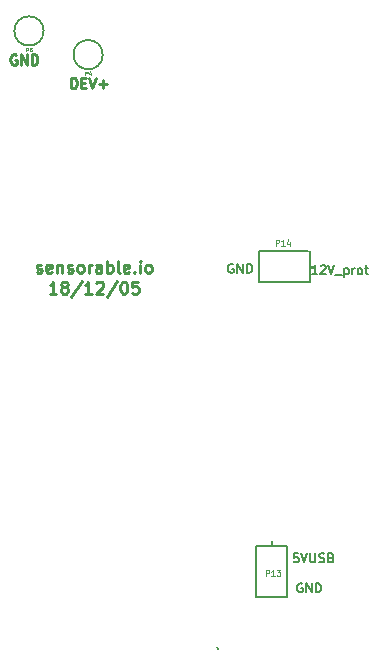
<source format=gto>
G04 #@! TF.GenerationSoftware,KiCad,Pcbnew,(5.0.1)-4*
G04 #@! TF.CreationDate,2018-12-06T20:38:25-05:00*
G04 #@! TF.ProjectId,TrafMasterV1,547261664D617374657256312E6B6963,V1*
G04 #@! TF.SameCoordinates,Original*
G04 #@! TF.FileFunction,Legend,Top*
G04 #@! TF.FilePolarity,Positive*
%FSLAX46Y46*%
G04 Gerber Fmt 4.6, Leading zero omitted, Abs format (unit mm)*
G04 Created by KiCad (PCBNEW (5.0.1)-4) date 12/6/2018 8:38:25 PM*
%MOMM*%
%LPD*%
G01*
G04 APERTURE LIST*
%ADD10C,0.190500*%
%ADD11C,0.254000*%
%ADD12C,0.215900*%
%ADD13C,0.200000*%
%ADD14C,0.150000*%
%ADD15C,0.075000*%
%ADD16C,0.100000*%
G04 APERTURE END LIST*
D10*
X105146928Y-75946000D02*
X105074357Y-75909714D01*
X104965500Y-75909714D01*
X104856642Y-75946000D01*
X104784071Y-76018571D01*
X104747785Y-76091142D01*
X104711500Y-76236285D01*
X104711500Y-76345142D01*
X104747785Y-76490285D01*
X104784071Y-76562857D01*
X104856642Y-76635428D01*
X104965500Y-76671714D01*
X105038071Y-76671714D01*
X105146928Y-76635428D01*
X105183214Y-76599142D01*
X105183214Y-76345142D01*
X105038071Y-76345142D01*
X105509785Y-76671714D02*
X105509785Y-75909714D01*
X105945214Y-76671714D01*
X105945214Y-75909714D01*
X106308071Y-76671714D02*
X106308071Y-75909714D01*
X106489500Y-75909714D01*
X106598357Y-75946000D01*
X106670928Y-76018571D01*
X106707214Y-76091142D01*
X106743500Y-76236285D01*
X106743500Y-76345142D01*
X106707214Y-76490285D01*
X106670928Y-76562857D01*
X106598357Y-76635428D01*
X106489500Y-76671714D01*
X106308071Y-76671714D01*
X112268000Y-76798714D02*
X111832571Y-76798714D01*
X112050285Y-76798714D02*
X112050285Y-76036714D01*
X111977714Y-76145571D01*
X111905142Y-76218142D01*
X111832571Y-76254428D01*
X112558285Y-76109285D02*
X112594571Y-76073000D01*
X112667142Y-76036714D01*
X112848571Y-76036714D01*
X112921142Y-76073000D01*
X112957428Y-76109285D01*
X112993714Y-76181857D01*
X112993714Y-76254428D01*
X112957428Y-76363285D01*
X112522000Y-76798714D01*
X112993714Y-76798714D01*
X113211428Y-76036714D02*
X113465428Y-76798714D01*
X113719428Y-76036714D01*
X113792000Y-76871285D02*
X114372571Y-76871285D01*
X114554000Y-76290714D02*
X114554000Y-77052714D01*
X114554000Y-76327000D02*
X114626571Y-76290714D01*
X114771714Y-76290714D01*
X114844285Y-76327000D01*
X114880571Y-76363285D01*
X114916857Y-76435857D01*
X114916857Y-76653571D01*
X114880571Y-76726142D01*
X114844285Y-76762428D01*
X114771714Y-76798714D01*
X114626571Y-76798714D01*
X114554000Y-76762428D01*
X115243428Y-76798714D02*
X115243428Y-76290714D01*
X115243428Y-76435857D02*
X115279714Y-76363285D01*
X115316000Y-76327000D01*
X115388571Y-76290714D01*
X115461142Y-76290714D01*
X115824000Y-76798714D02*
X115751428Y-76762428D01*
X115715142Y-76726142D01*
X115678857Y-76653571D01*
X115678857Y-76435857D01*
X115715142Y-76363285D01*
X115751428Y-76327000D01*
X115824000Y-76290714D01*
X115932857Y-76290714D01*
X116005428Y-76327000D01*
X116041714Y-76363285D01*
X116078000Y-76435857D01*
X116078000Y-76653571D01*
X116041714Y-76726142D01*
X116005428Y-76762428D01*
X115932857Y-76798714D01*
X115824000Y-76798714D01*
X116295714Y-76290714D02*
X116586000Y-76290714D01*
X116404571Y-76036714D02*
X116404571Y-76689857D01*
X116440857Y-76762428D01*
X116513428Y-76798714D01*
X116586000Y-76798714D01*
D11*
X88513194Y-76601078D02*
X88609956Y-76649459D01*
X88803480Y-76649459D01*
X88900241Y-76601078D01*
X88948622Y-76504316D01*
X88948622Y-76455935D01*
X88900241Y-76359173D01*
X88803480Y-76310792D01*
X88658337Y-76310792D01*
X88561575Y-76262411D01*
X88513194Y-76165649D01*
X88513194Y-76117268D01*
X88561575Y-76020506D01*
X88658337Y-75972125D01*
X88803480Y-75972125D01*
X88900241Y-76020506D01*
X89771099Y-76601078D02*
X89674337Y-76649459D01*
X89480813Y-76649459D01*
X89384051Y-76601078D01*
X89335670Y-76504316D01*
X89335670Y-76117268D01*
X89384051Y-76020506D01*
X89480813Y-75972125D01*
X89674337Y-75972125D01*
X89771099Y-76020506D01*
X89819480Y-76117268D01*
X89819480Y-76214030D01*
X89335670Y-76310792D01*
X90254908Y-75972125D02*
X90254908Y-76649459D01*
X90254908Y-76068887D02*
X90303289Y-76020506D01*
X90400051Y-75972125D01*
X90545194Y-75972125D01*
X90641956Y-76020506D01*
X90690337Y-76117268D01*
X90690337Y-76649459D01*
X91125765Y-76601078D02*
X91222527Y-76649459D01*
X91416051Y-76649459D01*
X91512813Y-76601078D01*
X91561194Y-76504316D01*
X91561194Y-76455935D01*
X91512813Y-76359173D01*
X91416051Y-76310792D01*
X91270908Y-76310792D01*
X91174146Y-76262411D01*
X91125765Y-76165649D01*
X91125765Y-76117268D01*
X91174146Y-76020506D01*
X91270908Y-75972125D01*
X91416051Y-75972125D01*
X91512813Y-76020506D01*
X92141765Y-76649459D02*
X92045003Y-76601078D01*
X91996622Y-76552697D01*
X91948241Y-76455935D01*
X91948241Y-76165649D01*
X91996622Y-76068887D01*
X92045003Y-76020506D01*
X92141765Y-75972125D01*
X92286908Y-75972125D01*
X92383670Y-76020506D01*
X92432051Y-76068887D01*
X92480432Y-76165649D01*
X92480432Y-76455935D01*
X92432051Y-76552697D01*
X92383670Y-76601078D01*
X92286908Y-76649459D01*
X92141765Y-76649459D01*
X92915860Y-76649459D02*
X92915860Y-75972125D01*
X92915860Y-76165649D02*
X92964241Y-76068887D01*
X93012622Y-76020506D01*
X93109384Y-75972125D01*
X93206146Y-75972125D01*
X93980241Y-76649459D02*
X93980241Y-76117268D01*
X93931860Y-76020506D01*
X93835099Y-75972125D01*
X93641575Y-75972125D01*
X93544813Y-76020506D01*
X93980241Y-76601078D02*
X93883480Y-76649459D01*
X93641575Y-76649459D01*
X93544813Y-76601078D01*
X93496432Y-76504316D01*
X93496432Y-76407554D01*
X93544813Y-76310792D01*
X93641575Y-76262411D01*
X93883480Y-76262411D01*
X93980241Y-76214030D01*
X94464051Y-76649459D02*
X94464051Y-75633459D01*
X94464051Y-76020506D02*
X94560813Y-75972125D01*
X94754337Y-75972125D01*
X94851099Y-76020506D01*
X94899480Y-76068887D01*
X94947860Y-76165649D01*
X94947860Y-76455935D01*
X94899480Y-76552697D01*
X94851099Y-76601078D01*
X94754337Y-76649459D01*
X94560813Y-76649459D01*
X94464051Y-76601078D01*
X95528432Y-76649459D02*
X95431670Y-76601078D01*
X95383289Y-76504316D01*
X95383289Y-75633459D01*
X96302527Y-76601078D02*
X96205765Y-76649459D01*
X96012241Y-76649459D01*
X95915480Y-76601078D01*
X95867099Y-76504316D01*
X95867099Y-76117268D01*
X95915480Y-76020506D01*
X96012241Y-75972125D01*
X96205765Y-75972125D01*
X96302527Y-76020506D01*
X96350908Y-76117268D01*
X96350908Y-76214030D01*
X95867099Y-76310792D01*
X96786337Y-76552697D02*
X96834718Y-76601078D01*
X96786337Y-76649459D01*
X96737956Y-76601078D01*
X96786337Y-76552697D01*
X96786337Y-76649459D01*
X97270146Y-76649459D02*
X97270146Y-75972125D01*
X97270146Y-75633459D02*
X97221765Y-75681840D01*
X97270146Y-75730220D01*
X97318527Y-75681840D01*
X97270146Y-75633459D01*
X97270146Y-75730220D01*
X97899099Y-76649459D02*
X97802337Y-76601078D01*
X97753956Y-76552697D01*
X97705575Y-76455935D01*
X97705575Y-76165649D01*
X97753956Y-76068887D01*
X97802337Y-76020506D01*
X97899099Y-75972125D01*
X98044241Y-75972125D01*
X98141003Y-76020506D01*
X98189384Y-76068887D01*
X98237765Y-76165649D01*
X98237765Y-76455935D01*
X98189384Y-76552697D01*
X98141003Y-76601078D01*
X98044241Y-76649459D01*
X97899099Y-76649459D01*
X90182337Y-78427459D02*
X89601765Y-78427459D01*
X89892051Y-78427459D02*
X89892051Y-77411459D01*
X89795289Y-77556601D01*
X89698527Y-77653363D01*
X89601765Y-77701744D01*
X90762908Y-77846887D02*
X90666146Y-77798506D01*
X90617765Y-77750125D01*
X90569384Y-77653363D01*
X90569384Y-77604982D01*
X90617765Y-77508220D01*
X90666146Y-77459840D01*
X90762908Y-77411459D01*
X90956432Y-77411459D01*
X91053194Y-77459840D01*
X91101575Y-77508220D01*
X91149956Y-77604982D01*
X91149956Y-77653363D01*
X91101575Y-77750125D01*
X91053194Y-77798506D01*
X90956432Y-77846887D01*
X90762908Y-77846887D01*
X90666146Y-77895268D01*
X90617765Y-77943649D01*
X90569384Y-78040411D01*
X90569384Y-78233935D01*
X90617765Y-78330697D01*
X90666146Y-78379078D01*
X90762908Y-78427459D01*
X90956432Y-78427459D01*
X91053194Y-78379078D01*
X91101575Y-78330697D01*
X91149956Y-78233935D01*
X91149956Y-78040411D01*
X91101575Y-77943649D01*
X91053194Y-77895268D01*
X90956432Y-77846887D01*
X92311099Y-77363078D02*
X91440241Y-78669363D01*
X93181956Y-78427459D02*
X92601384Y-78427459D01*
X92891670Y-78427459D02*
X92891670Y-77411459D01*
X92794908Y-77556601D01*
X92698146Y-77653363D01*
X92601384Y-77701744D01*
X93569003Y-77508220D02*
X93617384Y-77459840D01*
X93714146Y-77411459D01*
X93956051Y-77411459D01*
X94052813Y-77459840D01*
X94101194Y-77508220D01*
X94149575Y-77604982D01*
X94149575Y-77701744D01*
X94101194Y-77846887D01*
X93520622Y-78427459D01*
X94149575Y-78427459D01*
X95310718Y-77363078D02*
X94439860Y-78669363D01*
X95842908Y-77411459D02*
X95939670Y-77411459D01*
X96036432Y-77459840D01*
X96084813Y-77508220D01*
X96133194Y-77604982D01*
X96181575Y-77798506D01*
X96181575Y-78040411D01*
X96133194Y-78233935D01*
X96084813Y-78330697D01*
X96036432Y-78379078D01*
X95939670Y-78427459D01*
X95842908Y-78427459D01*
X95746146Y-78379078D01*
X95697765Y-78330697D01*
X95649384Y-78233935D01*
X95601003Y-78040411D01*
X95601003Y-77798506D01*
X95649384Y-77604982D01*
X95697765Y-77508220D01*
X95746146Y-77459840D01*
X95842908Y-77411459D01*
X97100813Y-77411459D02*
X96617003Y-77411459D01*
X96568622Y-77895268D01*
X96617003Y-77846887D01*
X96713765Y-77798506D01*
X96955670Y-77798506D01*
X97052432Y-77846887D01*
X97100813Y-77895268D01*
X97149194Y-77992030D01*
X97149194Y-78233935D01*
X97100813Y-78330697D01*
X97052432Y-78379078D01*
X96955670Y-78427459D01*
X96713765Y-78427459D01*
X96617003Y-78379078D01*
X96568622Y-78330697D01*
D10*
X110659817Y-100410554D02*
X110296960Y-100410554D01*
X110260674Y-100773411D01*
X110296960Y-100737125D01*
X110369531Y-100700840D01*
X110550960Y-100700840D01*
X110623531Y-100737125D01*
X110659817Y-100773411D01*
X110696102Y-100845982D01*
X110696102Y-101027411D01*
X110659817Y-101099982D01*
X110623531Y-101136268D01*
X110550960Y-101172554D01*
X110369531Y-101172554D01*
X110296960Y-101136268D01*
X110260674Y-101099982D01*
X110913817Y-100410554D02*
X111167817Y-101172554D01*
X111421817Y-100410554D01*
X111675817Y-100410554D02*
X111675817Y-101027411D01*
X111712102Y-101099982D01*
X111748388Y-101136268D01*
X111820960Y-101172554D01*
X111966102Y-101172554D01*
X112038674Y-101136268D01*
X112074960Y-101099982D01*
X112111245Y-101027411D01*
X112111245Y-100410554D01*
X112437817Y-101136268D02*
X112546674Y-101172554D01*
X112728102Y-101172554D01*
X112800674Y-101136268D01*
X112836960Y-101099982D01*
X112873245Y-101027411D01*
X112873245Y-100954840D01*
X112836960Y-100882268D01*
X112800674Y-100845982D01*
X112728102Y-100809697D01*
X112582960Y-100773411D01*
X112510388Y-100737125D01*
X112474102Y-100700840D01*
X112437817Y-100628268D01*
X112437817Y-100555697D01*
X112474102Y-100483125D01*
X112510388Y-100446840D01*
X112582960Y-100410554D01*
X112764388Y-100410554D01*
X112873245Y-100446840D01*
X113453817Y-100773411D02*
X113562674Y-100809697D01*
X113598960Y-100845982D01*
X113635245Y-100918554D01*
X113635245Y-101027411D01*
X113598960Y-101099982D01*
X113562674Y-101136268D01*
X113490102Y-101172554D01*
X113199817Y-101172554D01*
X113199817Y-100410554D01*
X113453817Y-100410554D01*
X113526388Y-100446840D01*
X113562674Y-100483125D01*
X113598960Y-100555697D01*
X113598960Y-100628268D01*
X113562674Y-100700840D01*
X113526388Y-100737125D01*
X113453817Y-100773411D01*
X113199817Y-100773411D01*
X110986388Y-102991920D02*
X110913817Y-102955634D01*
X110804960Y-102955634D01*
X110696102Y-102991920D01*
X110623531Y-103064491D01*
X110587245Y-103137062D01*
X110550960Y-103282205D01*
X110550960Y-103391062D01*
X110587245Y-103536205D01*
X110623531Y-103608777D01*
X110696102Y-103681348D01*
X110804960Y-103717634D01*
X110877531Y-103717634D01*
X110986388Y-103681348D01*
X111022674Y-103645062D01*
X111022674Y-103391062D01*
X110877531Y-103391062D01*
X111349245Y-103717634D02*
X111349245Y-102955634D01*
X111784674Y-103717634D01*
X111784674Y-102955634D01*
X112147531Y-103717634D02*
X112147531Y-102955634D01*
X112328960Y-102955634D01*
X112437817Y-102991920D01*
X112510388Y-103064491D01*
X112546674Y-103137062D01*
X112582960Y-103282205D01*
X112582960Y-103391062D01*
X112546674Y-103536205D01*
X112510388Y-103608777D01*
X112437817Y-103681348D01*
X112328960Y-103717634D01*
X112147531Y-103717634D01*
D12*
X91417019Y-61020476D02*
X91417019Y-60156876D01*
X91622638Y-60156876D01*
X91746009Y-60198000D01*
X91828257Y-60280247D01*
X91869380Y-60362495D01*
X91910504Y-60526990D01*
X91910504Y-60650361D01*
X91869380Y-60814857D01*
X91828257Y-60897104D01*
X91746009Y-60979352D01*
X91622638Y-61020476D01*
X91417019Y-61020476D01*
X92280619Y-60568114D02*
X92568485Y-60568114D01*
X92691857Y-61020476D02*
X92280619Y-61020476D01*
X92280619Y-60156876D01*
X92691857Y-60156876D01*
X92938600Y-60156876D02*
X93226466Y-61020476D01*
X93514333Y-60156876D01*
X93802200Y-60691485D02*
X94460180Y-60691485D01*
X94131190Y-61020476D02*
X94131190Y-60362495D01*
X86768819Y-58216800D02*
X86686571Y-58175676D01*
X86563200Y-58175676D01*
X86439828Y-58216800D01*
X86357580Y-58299047D01*
X86316457Y-58381295D01*
X86275333Y-58545790D01*
X86275333Y-58669161D01*
X86316457Y-58833657D01*
X86357580Y-58915904D01*
X86439828Y-58998152D01*
X86563200Y-59039276D01*
X86645447Y-59039276D01*
X86768819Y-58998152D01*
X86809942Y-58957028D01*
X86809942Y-58669161D01*
X86645447Y-58669161D01*
X87180057Y-59039276D02*
X87180057Y-58175676D01*
X87673542Y-59039276D01*
X87673542Y-58175676D01*
X88084780Y-59039276D02*
X88084780Y-58175676D01*
X88290400Y-58175676D01*
X88413771Y-58216800D01*
X88496019Y-58299047D01*
X88537142Y-58381295D01*
X88578266Y-58545790D01*
X88578266Y-58669161D01*
X88537142Y-58833657D01*
X88496019Y-58915904D01*
X88413771Y-58998152D01*
X88290400Y-59039276D01*
X88084780Y-59039276D01*
D13*
X103886000Y-108508800D02*
X103759000Y-108381800D01*
D14*
G04 #@! TO.C,P4*
X94099332Y-58191400D02*
G75*
G03X94099332Y-58191400I-1236932J0D01*
G01*
G04 #@! TO.C,P5*
X89095532Y-56184800D02*
G75*
G03X89095532Y-56184800I-1236932J0D01*
G01*
G04 #@! TO.C,P13*
X108407200Y-99791160D02*
X108407200Y-99391160D01*
X109707200Y-99791160D02*
X107107200Y-99791160D01*
X109707200Y-104091160D02*
X109707200Y-99791160D01*
X107107200Y-104091160D02*
X109707200Y-104091160D01*
X107107200Y-99891160D02*
X107107200Y-104091160D01*
G04 #@! TO.C,P14*
X111610500Y-76136500D02*
X112010500Y-76136500D01*
X111610500Y-77436500D02*
X111610500Y-74836500D01*
X107310500Y-77436500D02*
X111610500Y-77436500D01*
X107310500Y-74836500D02*
X107310500Y-77436500D01*
X111510500Y-74836500D02*
X107310500Y-74836500D01*
G04 #@! TO.C,P4*
D15*
X92640971Y-59927114D02*
X92640971Y-59627114D01*
X92755257Y-59627114D01*
X92783828Y-59641400D01*
X92798114Y-59655685D01*
X92812400Y-59684257D01*
X92812400Y-59727114D01*
X92798114Y-59755685D01*
X92783828Y-59769971D01*
X92755257Y-59784257D01*
X92640971Y-59784257D01*
X93069542Y-59727114D02*
X93069542Y-59927114D01*
X92998114Y-59612828D02*
X92926685Y-59827114D01*
X93112400Y-59827114D01*
G04 #@! TO.C,P5*
X87637171Y-57920514D02*
X87637171Y-57620514D01*
X87751457Y-57620514D01*
X87780028Y-57634800D01*
X87794314Y-57649085D01*
X87808600Y-57677657D01*
X87808600Y-57720514D01*
X87794314Y-57749085D01*
X87780028Y-57763371D01*
X87751457Y-57777657D01*
X87637171Y-57777657D01*
X88080028Y-57620514D02*
X87937171Y-57620514D01*
X87922885Y-57763371D01*
X87937171Y-57749085D01*
X87965742Y-57734800D01*
X88037171Y-57734800D01*
X88065742Y-57749085D01*
X88080028Y-57763371D01*
X88094314Y-57791942D01*
X88094314Y-57863371D01*
X88080028Y-57891942D01*
X88065742Y-57906228D01*
X88037171Y-57920514D01*
X87965742Y-57920514D01*
X87937171Y-57906228D01*
X87922885Y-57891942D01*
G04 #@! TO.C,P13*
D16*
X107900057Y-102317350D02*
X107900057Y-101817350D01*
X108090533Y-101817350D01*
X108138152Y-101841160D01*
X108161961Y-101864969D01*
X108185771Y-101912588D01*
X108185771Y-101984017D01*
X108161961Y-102031636D01*
X108138152Y-102055445D01*
X108090533Y-102079255D01*
X107900057Y-102079255D01*
X108661961Y-102317350D02*
X108376247Y-102317350D01*
X108519104Y-102317350D02*
X108519104Y-101817350D01*
X108471485Y-101888779D01*
X108423866Y-101936398D01*
X108376247Y-101960207D01*
X108828628Y-101817350D02*
X109138152Y-101817350D01*
X108971485Y-102007826D01*
X109042914Y-102007826D01*
X109090533Y-102031636D01*
X109114342Y-102055445D01*
X109138152Y-102103064D01*
X109138152Y-102222112D01*
X109114342Y-102269731D01*
X109090533Y-102293540D01*
X109042914Y-102317350D01*
X108900057Y-102317350D01*
X108852438Y-102293540D01*
X108828628Y-102269731D01*
G04 #@! TO.C,P14*
X108729697Y-74358630D02*
X108729697Y-73858630D01*
X108920173Y-73858630D01*
X108967792Y-73882440D01*
X108991601Y-73906249D01*
X109015411Y-73953868D01*
X109015411Y-74025297D01*
X108991601Y-74072916D01*
X108967792Y-74096725D01*
X108920173Y-74120535D01*
X108729697Y-74120535D01*
X109491601Y-74358630D02*
X109205887Y-74358630D01*
X109348744Y-74358630D02*
X109348744Y-73858630D01*
X109301125Y-73930059D01*
X109253506Y-73977678D01*
X109205887Y-74001487D01*
X109920173Y-74025297D02*
X109920173Y-74358630D01*
X109801125Y-73834820D02*
X109682078Y-74191963D01*
X109991601Y-74191963D01*
G04 #@! TD*
M02*

</source>
